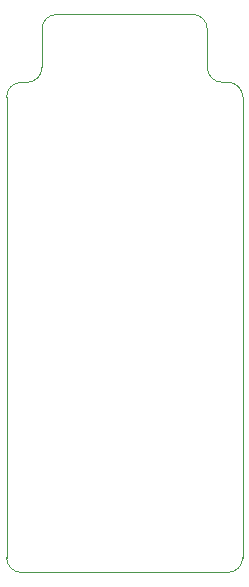
<source format=gm1>
%TF.GenerationSoftware,KiCad,Pcbnew,7.0.10*%
%TF.CreationDate,2024-03-08T01:09:18+05:30*%
%TF.ProjectId,ADAPTER PCB,41444150-5445-4522-9050-43422e6b6963,rev?*%
%TF.SameCoordinates,Original*%
%TF.FileFunction,Profile,NP*%
%FSLAX46Y46*%
G04 Gerber Fmt 4.6, Leading zero omitted, Abs format (unit mm)*
G04 Created by KiCad (PCBNEW 7.0.10) date 2024-03-08 01:09:18*
%MOMM*%
%LPD*%
G01*
G04 APERTURE LIST*
%TA.AperFunction,Profile*%
%ADD10C,0.100000*%
%TD*%
G04 APERTURE END LIST*
D10*
X119250000Y-76000000D02*
X130750000Y-76000000D01*
X116250000Y-123250000D02*
X133750000Y-123250000D01*
X132000000Y-77250000D02*
G75*
G03*
X130750000Y-76000000I-1250000J0D01*
G01*
X132000000Y-80500000D02*
G75*
G03*
X133250000Y-81750000I1250000J0D01*
G01*
X135000000Y-83000000D02*
G75*
G03*
X133750000Y-81750000I-1250000J0D01*
G01*
X135000000Y-83000000D02*
X135000000Y-122000000D01*
X132000000Y-77250000D02*
X132000000Y-80500000D01*
X133250000Y-81750000D02*
X133750000Y-81750000D01*
X133750000Y-123250000D02*
G75*
G03*
X135000000Y-122000000I0J1250000D01*
G01*
X115000000Y-83000000D02*
X115000000Y-122000000D01*
X116750000Y-81750000D02*
X116250000Y-81750000D01*
X118000000Y-77250000D02*
X118000000Y-80500000D01*
X115000000Y-122000000D02*
G75*
G03*
X116250000Y-123250000I1250000J0D01*
G01*
X119250000Y-76000000D02*
G75*
G03*
X118000000Y-77250000I0J-1250000D01*
G01*
X116750000Y-81750000D02*
G75*
G03*
X118000000Y-80500000I0J1250000D01*
G01*
X116250000Y-81750000D02*
G75*
G03*
X115000000Y-83000000I0J-1250000D01*
G01*
M02*

</source>
